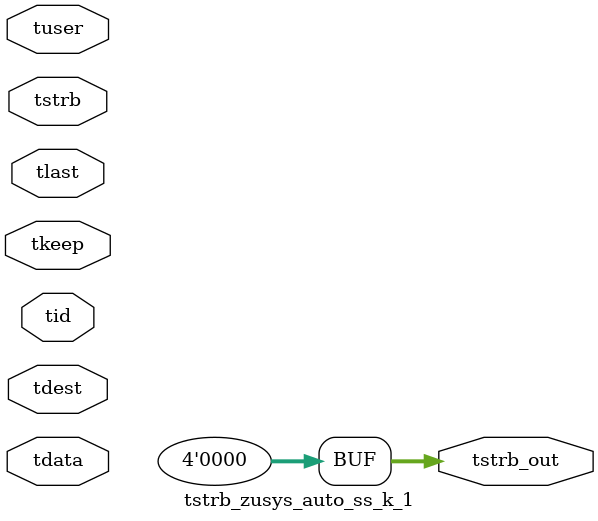
<source format=v>


`timescale 1ps/1ps

module tstrb_zusys_auto_ss_k_1 #
(
parameter C_S_AXIS_TDATA_WIDTH = 32,
parameter C_S_AXIS_TUSER_WIDTH = 0,
parameter C_S_AXIS_TID_WIDTH   = 0,
parameter C_S_AXIS_TDEST_WIDTH = 0,
parameter C_M_AXIS_TDATA_WIDTH = 32
)
(
input  [(C_S_AXIS_TDATA_WIDTH == 0 ? 1 : C_S_AXIS_TDATA_WIDTH)-1:0     ] tdata,
input  [(C_S_AXIS_TUSER_WIDTH == 0 ? 1 : C_S_AXIS_TUSER_WIDTH)-1:0     ] tuser,
input  [(C_S_AXIS_TID_WIDTH   == 0 ? 1 : C_S_AXIS_TID_WIDTH)-1:0       ] tid,
input  [(C_S_AXIS_TDEST_WIDTH == 0 ? 1 : C_S_AXIS_TDEST_WIDTH)-1:0     ] tdest,
input  [(C_S_AXIS_TDATA_WIDTH/8)-1:0 ] tkeep,
input  [(C_S_AXIS_TDATA_WIDTH/8)-1:0 ] tstrb,
input                                                                    tlast,
output [(C_M_AXIS_TDATA_WIDTH/8)-1:0 ] tstrb_out
);

assign tstrb_out = {1'b0};

endmodule


</source>
